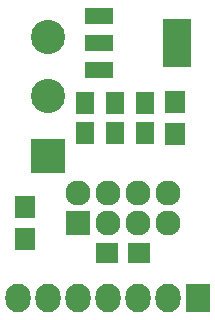
<source format=gbr>
G04 #@! TF.FileFunction,Soldermask,Top*
%FSLAX46Y46*%
G04 Gerber Fmt 4.6, Leading zero omitted, Abs format (unit mm)*
G04 Created by KiCad (PCBNEW 4.0.2-4+6225~38~ubuntu14.04.1-stable) date Sat 30 Apr 2016 11:35:10 AM PDT*
%MOMM*%
G01*
G04 APERTURE LIST*
%ADD10C,0.100000*%
%ADD11R,1.650000X1.900000*%
%ADD12R,2.127200X2.127200*%
%ADD13O,2.127200X2.127200*%
%ADD14R,1.900000X1.700000*%
%ADD15R,1.700000X1.900000*%
%ADD16R,2.432000X4.057600*%
%ADD17R,2.432000X1.416000*%
%ADD18R,2.127200X2.432000*%
%ADD19O,2.127200X2.432000*%
%ADD20C,2.900000*%
%ADD21R,2.900000X2.900000*%
G04 APERTURE END LIST*
D10*
D11*
X140335000Y-106700000D03*
X140335000Y-109200000D03*
X135255000Y-106700000D03*
X135255000Y-109200000D03*
X137795000Y-106700000D03*
X137795000Y-109200000D03*
D12*
X134620000Y-116840000D03*
D13*
X134620000Y-114300000D03*
X137160000Y-116840000D03*
X137160000Y-114300000D03*
X139700000Y-116840000D03*
X139700000Y-114300000D03*
X142240000Y-116840000D03*
X142240000Y-114300000D03*
D14*
X137080000Y-119380000D03*
X139780000Y-119380000D03*
D15*
X142875000Y-109300000D03*
X142875000Y-106600000D03*
X130175000Y-115490000D03*
X130175000Y-118190000D03*
D16*
X143002000Y-101600000D03*
D17*
X136398000Y-101600000D03*
X136398000Y-103886000D03*
X136398000Y-99314000D03*
D18*
X144780000Y-123190000D03*
D19*
X142240000Y-123190000D03*
X139700000Y-123190000D03*
X137160000Y-123190000D03*
X134620000Y-123190000D03*
X132080000Y-123190000D03*
X129540000Y-123190000D03*
D20*
X132080000Y-101125000D03*
D21*
X132080000Y-111125000D03*
D20*
X132080000Y-106125000D03*
M02*

</source>
